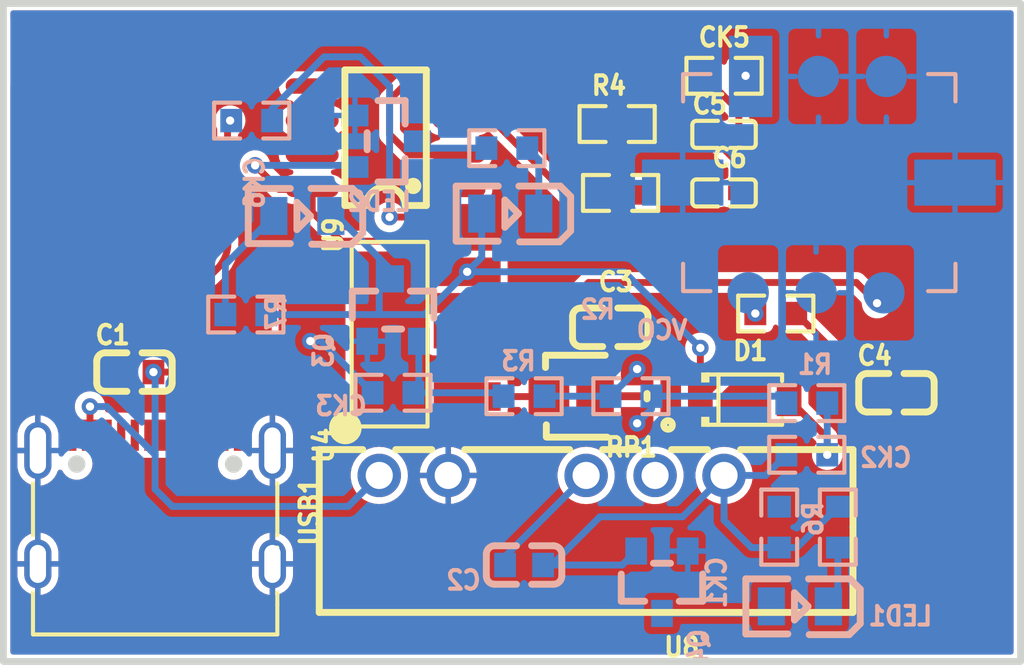
<source format=kicad_pcb>
(kicad_pcb (version 20240108) (generator "pcbnew") (generator_version "8.0")
  (layers (0 "F.Cu" signal "Top Layer") (31 "B.Cu" signal "Bottom Layer") (34 "B.Paste" user "Bottom Paste Mask Layer") (35 "F.Paste" user "Top Paste Mask Layer") (36 "B.SilkS" user "Bottom Silkscreen Layer") (37 "F.SilkS" user "Top Silkscreen Layer") (38 "B.Mask" user "Bottom Solder Mask Layer") (39 "F.Mask" user "Top Solder Mask Layer") (44 "Edge.Cuts" user "Multi-Layer"))
  (net 0 "")
  (net 1 "GND")
  (net 2 "RFOUT")
  (net 3 "VT")
  (net 4 "POWER")
  (net 5 "VCC+")
  (net 6 "$4N521")
  (net 7 "$4N526")
  (net 8 "SIGNAL")
  (net 9 "$6N289")
  (net 10 "$3N135")
  (net 11 "$4N812")
  (net 12 "VCC-")
  (net 13 "ADJ")
  (net 14 "VCC9V+")
  (net 15 "$5N863")
  (net 16 "$6N676")
  (footprint "Signal-blocker-Minimal-InnerAntenna:R0603" (layer "F.Cu") (at 153.876 98.509)
    (property "Reference" "R5" (hide yes))
    (property "Value" "")
    (pad "1" smd rect (at -0.7535 0) (size 0.8065 0.864) (layers "F.Cu" "F.Paste" "F.Mask") (net 1 "GND"))
    (pad "2" smd rect (at 0.7535 0) (size 0.8065 0.864) (layers "F.Cu" "F.Paste" "F.Mask") (net 9 "$6N289"))
  )
  (footprint "Signal-blocker-Minimal-InnerAntenna:C0603" (layer "F.Cu") (at 153.495 103.462 180)
    (property "Reference" "C3" (at 0.508 1.27 720) (layer "F.SilkS") (effects (font (size 0.686 0.6285) (thickness 0.1525)) (justify left bottom)))
    (property "Value" "")
    (pad "1" smd rect (at -0.7 0 180) (size 0.8 0.9) (layers "F.Cu" "F.Paste" "F.Mask") (net 1 "GND"))
    (pad "2" smd rect (at 0.7 0 180) (size 0.8 0.9) (layers "F.Cu" "F.Paste" "F.Mask") (net 3 "VT"))
  )
  (footprint "Signal-blocker-Minimal-InnerAntenna:PWRM-TH_A05XXS-1WR3" (layer "F.Cu") (at 151.336 108.923)
    (property "Reference" "U8" (at 4.064 6.731 360) (layer "F.SilkS") (effects (font (size 0.686 0.6285) (thickness 0.1525)) (justify left bottom)))
    (property "Value" "")
    (pad "1" thru_hole circle (at -6.35 0) (size 1.6 1.6) (drill 1) (layers "*.Cu" "*.Mask") (net 4 "POWER"))
    (pad "2" thru_hole circle (at -3.81 0) (size 1.6 1.6) (drill 1) (layers "*.Cu" "*.Mask") (net 1 "GND"))
    (pad "4" thru_hole circle (at 1.27 0) (size 1.6 1.6) (drill 1) (layers "*.Cu" "*.Mask") (net 12 "VCC-"))
    (pad "5" thru_hole circle (at 3.81 0) (size 1.6 1.6) (drill 1) (layers "*.Cu" "*.Mask"))
    (pad "6" thru_hole circle (at 6.35 0) (size 1.6 1.6) (drill 1) (layers "*.Cu" "*.Mask") (net 14 "VCC9V+"))
  )
  (footprint "Signal-blocker-Minimal-InnerAntenna:C0603" (layer "F.Cu") (at 164.036 105.875)
    (property "Reference" "C4" (at -1.517 -0.964 0) (layer "F.SilkS") (effects (font (size 0.686 0.6285) (thickness 0.1525)) (justify left bottom)))
    (property "Value" "")
    (pad "1" smd rect (at -0.7 0) (size 0.8 0.9) (layers "F.Cu" "F.Paste" "F.Mask") (net 5 "VCC+"))
    (pad "2" smd rect (at 0.7 0) (size 0.8 0.9) (layers "F.Cu" "F.Paste" "F.Mask") (net 1 "GND"))
  )
  (footprint "Signal-blocker-Minimal-InnerAntenna:C0603" (layer "F.Cu") (at 135.969 105.113)
    (property "Reference" "C1" (at -1.517 -0.964 360) (layer "F.SilkS") (effects (font (size 0.686 0.6285) (thickness 0.1525)) (justify left bottom)))
    (property "Value" "")
    (pad "1" smd rect (at -0.7 0) (size 0.8 0.9) (layers "F.Cu" "F.Paste" "F.Mask") (net 1 "GND"))
    (pad "2" smd rect (at 0.7 0) (size 0.8 0.9) (layers "F.Cu" "F.Paste" "F.Mask") (net 4 "POWER"))
  )
  (footprint "Signal-blocker-Minimal-InnerAntenna:RES-ADJ-SMD_3P-L3.0-W3.8-P1.75-BR" (layer "F.Cu") (at 152.86 106.002)
    (property "Reference" "RP1" (at 0.381 2.286 1260) (layer "F.SilkS") (effects (font (size 0.686 0.6285) (thickness 0.1525)) (justify left bottom)))
    (property "Value" "")
    (pad "1" smd rect (at 1.625 1 90) (size 1.2 1.2) (layers "F.Cu" "F.Paste" "F.Mask") (net 7 "$4N526"))
    (pad "2" smd rect (at -1.625 0 90) (size 1.6 1.5) (layers "F.Cu" "F.Paste" "F.Mask") (net 13 "ADJ"))
    (pad "3" smd rect (at 1.625 -1 90) (size 1.2 1.2) (layers "F.Cu" "F.Paste" "F.Mask") (net 6 "$4N521"))
  )
  (footprint "Signal-blocker-Minimal-InnerAntenna:TYPE-C-SMD_HDGC_TYPE-C-ZL-104PWB" (layer "F.Cu") (at 136.731 109.812)
    (property "Reference" "USB1" (at 6.096 1.778 450) (layer "F.SilkS") (effects (font (size 0.686 0.6285) (thickness 0.1525)) (justify left bottom)))
    (property "Value" "")
    (fp_poly (pts (xy -2.565 -1.308) (xy -2.5846 -1.419157) (xy -2.641036 -1.516906) (xy -2.7275 -1.589458) (xy -2.833564 -1.628063) (xy -2.946436 -1.628063) (xy -3.0525 -1.589458) (xy -3.138964 -1.516906) (xy -3.1954 -1.419157) (xy -3.215 -1.308) (xy -3.1954 -1.196843) (xy -3.138964 -1.099094) (xy -3.0525 -1.026542) (xy -2.946436 -0.987937) (xy -2.833564 -0.987937) (xy -2.7275 -1.026542) (xy -2.641036 -1.099094) (xy -2.5846 -1.196843)) (fill solid) (layer "Edge.Cuts"))
    (fp_poly (pts (xy 3.215 -1.308) (xy 3.1954 -1.419157) (xy 3.138964 -1.516906) (xy 3.0525 -1.589458) (xy 2.946436 -1.628063) (xy 2.833564 -1.628063) (xy 2.7275 -1.589458) (xy 2.641036 -1.516906) (xy 2.5846 -1.419157) (xy 2.565 -1.308) (xy 2.5846 -1.196843) (xy 2.641036 -1.099094) (xy 2.7275 -1.026542) (xy 2.833564 -0.987937) (xy 2.946436 -0.987937) (xy 3.0525 -1.026542) (xy 3.138964 -1.099094) (xy 3.1954 -1.196843)) (fill solid) (layer "Edge.Cuts"))
    (pad "12" thru_hole oval (at -4.32 -1.8075) (size 1 2.1) (drill oval 0.6 1.7) (layers "*.Cu" "*.Mask") (net 1 "GND"))
    (pad "13" thru_hole oval (at 4.32 -1.8075) (size 1 2.1) (drill oval 0.6 1.7) (layers "*.Cu" "*.Mask") (net 1 "GND"))
    (pad "14" thru_hole oval (at -4.32 2.3725) (size 1 1.8) (drill oval 0.6 1.4) (layers "*.Cu" "*.Mask") (net 1 "GND"))
    (pad "15" thru_hole oval (at 4.32 2.3725) (size 1 1.8) (drill oval 0.6 1.4) (layers "*.Cu" "*.Mask") (net 1 "GND"))
    (pad "A1B12" smd rect (at -3.2 -2.3725) (size 0.6 1.15) (layers "F.Cu" "F.Paste" "F.Mask") (net 1 "GND"))
    (pad "A4B9" smd rect (at -2.4 -2.3725) (size 0.6 1.15) (layers "F.Cu" "F.Paste" "F.Mask") (net 4 "POWER"))
    (pad "A5" smd rect (at -1.25 -2.3725) (size 0.3 1.15) (layers "F.Cu" "F.Paste" "F.Mask"))
    (pad "A6" smd rect (at -0.25 -2.3725) (size 0.3 1.15) (layers "F.Cu" "F.Paste" "F.Mask"))
    (pad "A7" smd rect (at 0.25 -2.3725) (size 0.3 1.15) (layers "F.Cu" "F.Paste" "F.Mask"))
    (pad "A8" smd rect (at 1.25 -2.3725) (size 0.3 1.15) (layers "F.Cu" "F.Paste" "F.Mask"))
    (pad "A9B4" smd rect (at 2.4 -2.3725) (size 0.6 1.15) (layers "F.Cu" "F.Paste" "F.Mask") (net 4 "POWER"))
    (pad "A12B1" smd rect (at 3.2 -2.3725) (size 0.6 1.15) (layers "F.Cu" "F.Paste" "F.Mask") (net 1 "GND"))
    (pad "B5" smd rect (at 1.75 -2.3725) (size 0.3 1.15) (layers "F.Cu" "F.Paste" "F.Mask"))
    (pad "B6" smd rect (at 0.75 -2.3725) (size 0.3 1.15) (layers "F.Cu" "F.Paste" "F.Mask"))
    (pad "B7" smd rect (at -0.75 -2.3725) (size 0.3 1.15) (layers "F.Cu" "F.Paste" "F.Mask"))
    (pad "B8" smd rect (at -1.75 -2.3725) (size 0.3 1.15) (layers "F.Cu" "F.Paste" "F.Mask"))
  )
  (footprint "Signal-blocker-Minimal-InnerAntenna:R0603" (layer "F.Cu") (at 153.749 95.969 180)
    (property "Reference" "R4" (at 1.016 1.016 360) (layer "F.SilkS") (effects (font (size 0.686 0.6285) (thickness 0.1525)) (justify left bottom)))
    (property "Value" "")
    (pad "1" smd rect (at -0.7535 0 180) (size 0.8065 0.864) (layers "F.Cu" "F.Paste" "F.Mask") (net 16 "$6N676"))
    (pad "2" smd rect (at 0.7535 0 180) (size 0.8065 0.864) (layers "F.Cu" "F.Paste" "F.Mask") (net 2 "RFOUT"))
  )
  (footprint "Signal-blocker-Minimal-InnerAntenna:SOIC-8_L5.0-W4.0-P1.27-LS6.0-BL" (layer "F.Cu") (at 145.22 96.4735 90)
    (property "Reference" "U9" (at -4.318 -1.524 810) (layer "F.SilkS") (effects (font (size 0.686 0.6285) (thickness 0.1525)) (justify left bottom)))
    (property "Value" "")
    (pad "1" smd oval (at -1.905 2.705 90) (size 0.5685 1.95) (layers "F.Cu" "F.Paste" "F.Mask") (net 2 "RFOUT"))
    (pad "2" smd oval (at -0.635 2.705 90) (size 0.5685 1.95) (layers "F.Cu" "F.Paste" "F.Mask") (net 2 "RFOUT"))
    (pad "3" smd oval (at 0.635 2.705 90) (size 0.5685 1.95) (layers "F.Cu" "F.Paste" "F.Mask") (net 9 "$6N289"))
    (pad "4" smd oval (at 1.905 2.705 90) (size 0.5685 1.95) (layers "F.Cu" "F.Paste" "F.Mask") (net 1 "GND"))
    (pad "5" smd oval (at 1.905 -2.705 90) (size 0.5685 1.95) (layers "F.Cu" "F.Paste" "F.Mask"))
    (pad "6" smd oval (at 0.635 -2.705 90) (size 0.5685 1.95) (layers "F.Cu" "F.Paste" "F.Mask"))
    (pad "7" smd oval (at -0.635 -2.705 90) (size 0.5685 1.95) (layers "F.Cu" "F.Paste" "F.Mask"))
    (pad "8" smd oval (at -1.905 -2.705 90) (size 0.5685 1.95) (layers "F.Cu" "F.Paste" "F.Mask") (net 5 "VCC+"))
  )
  (footprint "Signal-blocker-Minimal-InnerAntenna:C0402" (layer "F.Cu") (at 157.686 96.35)
    (property "Reference" "C5" (at -1.245 -0.702 1080) (layer "F.SilkS") (effects (font (size 0.686 0.6285) (thickness 0.1525)) (justify left bottom)))
    (property "Value" "")
    (pad "1" smd rect (at -0.545 0) (size 0.79 0.54) (layers "F.Cu" "F.Paste" "F.Mask") (net 16 "$6N676"))
    (pad "2" smd rect (at 0.545 0) (size 0.79 0.54) (layers "F.Cu" "F.Paste" "F.Mask") (net 9 "$6N289"))
  )
  (footprint "Signal-blocker-Minimal-InnerAntenna:R0603" (layer "F.Cu") (at 159.591 102.954 180)
    (property "Reference" "CK4" (hide yes))
    (property "Value" "")
    (pad "1" smd rect (at -0.7535 0 180) (size 0.8065 0.864) (layers "F.Cu" "F.Paste" "F.Mask") (net 5 "VCC+"))
    (pad "2" smd rect (at 0.7535 0 180) (size 0.8065 0.864) (layers "F.Cu" "F.Paste" "F.Mask") (net 5 "VCC+"))
  )
  (footprint "Signal-blocker-Minimal-InnerAntenna:R0603" (layer "F.Cu") (at 157.686 94.191 180)
    (property "Reference" "CK5" (at 1.016 1.016 -360) (layer "F.SilkS") (effects (font (size 0.686 0.6285) (thickness 0.1525)) (justify left bottom)))
    (property "Value" "")
    (pad "1" smd rect (at -0.7535 0 180) (size 0.8065 0.864) (layers "F.Cu" "F.Paste" "F.Mask") (net 8 "SIGNAL"))
    (pad "2" smd rect (at 0.7535 0 180) (size 0.8065 0.864) (layers "F.Cu" "F.Paste" "F.Mask") (net 9 "$6N289"))
  )
  (footprint "Signal-blocker-Minimal-InnerAntenna:SOD-123_L2.7-W1.6-LS3.7-RD" (layer "F.Cu") (at 158.448 106.129)
    (property "Reference" "D1" (at -0.508 -1.397 1800) (layer "F.SilkS") (effects (font (size 0.686 0.6285) (thickness 0.1525)) (justify left bottom)))
    (property "Value" "")
    (pad "1" smd rect (at -1.635 0) (size 0.91 1.22) (layers "F.Cu" "F.Paste" "F.Mask") (net 5 "VCC+"))
    (pad "2" smd rect (at 1.635 0) (size 0.91 1.22) (layers "F.Cu" "F.Paste" "F.Mask") (net 5 "VCC+"))
  )
  (footprint "Signal-blocker-Minimal-InnerAntenna:C0402" (layer "F.Cu") (at 157.686 98.509)
    (property "Reference" "C6" (at -0.508 -0.889 1080) (layer "F.SilkS") (effects (font (size 0.686 0.6285) (thickness 0.1525)) (justify left bottom)))
    (property "Value" "")
    (pad "1" smd rect (at -0.545 0) (size 0.79 0.54) (layers "F.Cu" "F.Paste" "F.Mask") (net 9 "$6N289"))
    (pad "2" smd rect (at 0.545 0) (size 0.79 0.54) (layers "F.Cu" "F.Paste" "F.Mask") (net 16 "$6N676"))
  )
  (footprint "Signal-blocker-Minimal-InnerAntenna:SOT-223_L6.3-W3.5-P2.30-LS7.0-BR" (layer "F.Cu") (at 145.367 103.716)
    (property "Reference" "U4" (at -2.032 4.826 450) (layer "F.SilkS") (effects (font (size 0.686 0.6285) (thickness 0.1525)) (justify left bottom)))
    (property "Value" "")
    (pad "1" smd rect (at 2.8575 2.3) (size 2.465 1.05) (layers "F.Cu" "F.Paste" "F.Mask") (net 13 "ADJ"))
    (pad "2" smd rect (at 2.8575 0) (size 2.465 1.05) (layers "F.Cu" "F.Paste" "F.Mask") (net 3 "VT"))
    (pad "3" smd rect (at 2.8575 -2.3) (size 2.465 1.05) (layers "F.Cu" "F.Paste" "F.Mask") (net 5 "VCC+"))
    (pad "4" smd rect (at -2.8575 0) (size 2.465 3.54) (layers "F.Cu" "F.Paste" "F.Mask") (net 11 "$4N812"))
  )
  (footprint "Signal-blocker-Minimal-InnerAntenna:R0603" (layer "B.Cu") (at 160.734 108.161)
    (property "Reference" "CK2" (at 3.937 0.508 -360) (layer "B.SilkS") (effects (font (size 0.686 0.6285) (thickness 0.1525)) (justify left bottom mirror)))
    (property "Value" "")
    (pad "1" smd rect (at -0.7535 0) (size 0.8065 0.864) (layers "B.Cu" "B.Paste" "B.Mask") (net 14 "VCC9V+"))
    (pad "2" smd rect (at 0.7535 0) (size 0.8065 0.864) (layers "B.Cu" "B.Paste" "B.Mask") (net 5 "VCC+"))
  )
  (footprint "Signal-blocker-Minimal-InnerAntenna:C0603" (layer "B.Cu") (at 150.32 112.225)
    (property "Reference" "C2" (at -1.517 0.964 180) (layer "B.SilkS") (effects (font (size 0.686 0.6285) (thickness 0.1525)) (justify left bottom mirror)))
    (property "Value" "")
    (pad "1" smd rect (at -0.7 0) (size 0.8 0.9) (layers "B.Cu" "B.Paste" "B.Mask") (net 12 "VCC-"))
    (pad "2" smd rect (at 0.7 0) (size 0.8 0.9) (layers "B.Cu" "B.Paste" "B.Mask") (net 14 "VCC9V+"))
  )
  (footprint "Signal-blocker-Minimal-InnerAntenna:R0603" (layer "B.Cu") (at 150.32 106.002 180)
    (property "Reference" "R3" (at -0.508 0.889 -360) (layer "B.SilkS") (effects (font (size 0.686 0.6285) (thickness 0.1525)) (justify left bottom mirror)))
    (property "Value" "")
    (pad "1" smd rect (at -0.7535 0 180) (size 0.8065 0.864) (layers "B.Cu" "B.Paste" "B.Mask") (net 6 "$4N521"))
    (pad "2" smd rect (at 0.7535 0 180) (size 0.8065 0.864) (layers "B.Cu" "B.Paste" "B.Mask") (net 7 "$4N526"))
  )
  (footprint "Signal-blocker-Minimal-InnerAntenna:S8050_SOT-23" (layer "B.Cu") (at 145.24 96.731 180)
    (property "Reference" "Q3" (hide yes))
    (property "Value" "")
    (pad "1" smd rect (at 1.15 -0.823) (size 1 0.8) (layers "B.Cu" "B.Paste" "B.Mask") (net 5 "VCC+"))
    (pad "2" smd rect (at 1.15 1.077) (size 1 0.8) (layers "B.Cu" "B.Paste" "B.Mask") (net 1 "GND"))
    (pad "3" smd rect (at -1.15 0.127) (size 1 0.8) (layers "B.Cu" "B.Paste" "B.Mask") (net 5 "VCC+"))
  )
  (footprint "Signal-blocker-Minimal-InnerAntenna:R0603" (layer "B.Cu") (at 159.718 110.828 -90)
    (property "Reference" "CK1" (at 1.016 1.905 -810) (layer "B.SilkS") (effects (font (size 0.686 0.6285) (thickness 0.1525)) (justify left bottom mirror)))
    (property "Value" "")
    (pad "1" smd rect (at -0.7535 0 270) (size 0.8065 0.864) (layers "B.Cu" "B.Paste" "B.Mask") (net 14 "VCC9V+"))
    (pad "2" smd rect (at 0.7535 0 270) (size 0.8065 0.864) (layers "B.Cu" "B.Paste" "B.Mask") (net 14 "VCC9V+"))
  )
  (footprint "Signal-blocker-Minimal-InnerAntenna:S8050_SOT-23" (layer "B.Cu") (at 145.621 102.827 -90)
    (property "Reference" "Q3" (at 0.762 2.286 450) (layer "B.SilkS") (effects (font (size 0.686 0.6285) (thickness 0.1525)) (justify left bottom mirror)))
    (property "Value" "")
    (pad "1" smd rect (at 1.15 -0.823 90) (size 1 0.8) (layers "B.Cu" "B.Paste" "B.Mask") (net 7 "$4N526"))
    (pad "2" smd rect (at 1.15 1.077 90) (size 1 0.8) (layers "B.Cu" "B.Paste" "B.Mask") (net 1 "GND"))
    (pad "3" smd rect (at -1.15 0.127 90) (size 1 0.8) (layers "B.Cu" "B.Paste" "B.Mask") (net 5 "VCC+"))
  )
  (footprint "Signal-blocker-Minimal-InnerAntenna:R0603" (layer "B.Cu") (at 161.877 110.828 -90)
    (property "Reference" "R6" (at -1.016 0.508 450) (layer "B.SilkS") (effects (font (size 0.686 0.6285) (thickness 0.1525)) (justify left bottom mirror)))
    (property "Value" "")
    (pad "1" smd rect (at -0.7535 0 270) (size 0.8065 0.864) (layers "B.Cu" "B.Paste" "B.Mask") (net 14 "VCC9V+"))
    (pad "2" smd rect (at 0.7535 0 270) (size 0.8065 0.864) (layers "B.Cu" "B.Paste" "B.Mask") (net 14 "VCC9V+"))
  )
  (footprint "Signal-blocker-Minimal-InnerAntenna:LED0805-R-RD" (layer "B.Cu") (at 149.812 99.271 180)
    (property "Reference" "LED2" (hide yes))
    (property "Value" "")
    (pad "1" smd rect (at 1.0505 0) (size 1 1.3995) (layers "B.Cu" "B.Paste" "B.Mask") (net 5 "VCC+"))
    (pad "2" smd rect (at -1.0505 0) (size 1 1.3995) (layers "B.Cu" "B.Paste" "B.Mask") (net 15 "$5N863"))
  )
  (footprint "Signal-blocker-Minimal-InnerAntenna:S8050_SOT-23" (layer "B.Cu") (at 155.273 112.86 90)
    (property "Reference" "Q4" (at -1.65 1.881 270) (layer "B.SilkS") (effects (font (size 0.686 0.6285) (thickness 0.1525)) (justify left bottom mirror)))
    (property "Value" "")
    (pad "1" smd rect (at 1.15 -0.823 270) (size 1 0.8) (layers "B.Cu" "B.Paste" "B.Mask") (net 14 "VCC9V+"))
    (pad "2" smd rect (at 1.15 1.077 270) (size 1 0.8) (layers "B.Cu" "B.Paste" "B.Mask") (net 1 "GND"))
    (pad "3" smd rect (at -1.15 0.127 270) (size 1 0.8) (layers "B.Cu" "B.Paste" "B.Mask") (net 14 "VCC9V+"))
  )
  (footprint "Signal-blocker-Minimal-InnerAntenna:R0603" (layer "B.Cu") (at 160.734 106.256 180)
    (property "Reference" "R1" (at -1.016 1.016 -360) (layer "B.SilkS") (effects (font (size 0.686 0.6285) (thickness 0.1525)) (justify left bottom mirror)))
    (property "Value" "")
    (pad "1" smd rect (at -0.7535 0 180) (size 0.8065 0.864) (layers "B.Cu" "B.Paste" "B.Mask") (net 5 "VCC+"))
    (pad "2" smd rect (at 0.7535 0 180) (size 0.8065 0.864) (layers "B.Cu" "B.Paste" "B.Mask") (net 7 "$4N526"))
  )
  (footprint "Signal-blocker-Minimal-InnerAntenna:LED0805-R-RD" (layer "B.Cu") (at 142.153 99.3585 180)
    (property "Reference" "LED2" (at -4.0855 0.1275 -0) (layer "B.SilkS") (effects (font (size 0.686 0.6285) (thickness 0.1525)) (justify left bottom mirror)))
    (property "Value" "")
    (pad "1" smd rect (at 1.0505 0) (size 1 1.3995) (layers "B.Cu" "B.Paste" "B.Mask") (net 15 "$5N863"))
    (pad "2" smd rect (at -1.0505 0) (size 1 1.3995) (layers "B.Cu" "B.Paste" "B.Mask") (net 5 "VCC+"))
  )
  (footprint "Signal-blocker-Minimal-InnerAntenna:LED0805-R-RD" (layer "B.Cu") (at 160.48 113.749 180)
    (property "Reference" "LED1" (at -4.953 -0.762 -0) (layer "B.SilkS") (effects (font (size 0.686 0.6285) (thickness 0.1525)) (justify left bottom mirror)))
    (property "Value" "")
    (pad "1" smd rect (at 1.0505 0) (size 1 1.3995) (layers "B.Cu" "B.Paste" "B.Mask") (net 14 "VCC9V+"))
    (pad "2" smd rect (at -1.0505 0) (size 1 1.3995) (layers "B.Cu" "B.Paste" "B.Mask") (net 14 "VCC9V+"))
  )
  (footprint "Signal-blocker-Minimal-InnerAntenna:R0603" (layer "B.Cu") (at 140.0715 102.9915 180)
    (property "Reference" "R7" (at -1.524 0.762 -450) (layer "B.SilkS") (effects (font (size 0.686 0.6285) (thickness 0.1525)) (justify left bottom mirror)))
    (property "Value" "")
    (pad "1" smd rect (at -0.7535 0 180) (size 0.8065 0.864) (layers "B.Cu" "B.Paste" "B.Mask") (net 5 "VCC+"))
    (pad "2" smd rect (at 0.7535 0 180) (size 0.8065 0.864) (layers "B.Cu" "B.Paste" "B.Mask") (net 15 "$5N863"))
  )
  (footprint "Signal-blocker-Minimal-InnerAntenna:R0603" (layer "B.Cu") (at 154.257 106.002)
    (property "Reference" "R2" (at -0.508 -2.794 -1260) (layer "B.SilkS") (effects (font (size 0.686 0.6285) (thickness 0.1525)) (justify left bottom mirror)))
    (property "Value" "")
    (pad "1" smd rect (at -0.7535 0) (size 0.8065 0.864) (layers "B.Cu" "B.Paste" "B.Mask") (net 6 "$4N521"))
    (pad "2" smd rect (at 0.7535 0) (size 0.8065 0.864) (layers "B.Cu" "B.Paste" "B.Mask") (net 7 "$4N526"))
  )
  (footprint "Signal-blocker-Minimal-InnerAntenna:R0603" (layer "B.Cu") (at 145.494 105.875)
    (property "Reference" "CK3" (at -0.889 0.889 -900) (layer "B.SilkS") (effects (font (size 0.686 0.6285) (thickness 0.1525)) (justify left bottom mirror)))
    (property "Value" "")
    (pad "1" smd rect (at -0.7535 0) (size 0.8065 0.864) (layers "B.Cu" "B.Paste" "B.Mask") (net 11 "$4N812"))
    (pad "2" smd rect (at 0.7535 0) (size 0.8065 0.864) (layers "B.Cu" "B.Paste" "B.Mask") (net 7 "$4N526"))
  )
  (footprint "Signal-blocker-Minimal-InnerAntenna:1234" (layer "B.Cu") (at 160.607 98.128)
    (property "Reference" "VCO" (at -4.191 5.842 -360) (layer "B.SilkS") (effects (font (size 0.686 0.6285) (thickness 0.1525)) (justify left bottom mirror)))
    (property "Value" "")
    (pad "1" smd circle (at -2.0315 4.064) (size 1.524 1.524) (layers "B.Cu" "B.Paste" "B.Mask") (net 5 "VCC+"))
    (pad "2" smd circle (at 0.4685 4.064) (size 1.524 1.524) (layers "B.Cu" "B.Paste" "B.Mask") (net 1 "GND"))
    (pad "3" smd circle (at 2.9685 4.064) (size 1.524 1.524) (layers "B.Cu" "B.Paste" "B.Mask") (net 3 "VT"))
    (pad "4" smd rect (at -4.445 0 270) (size 1.7005 3) (layers "B.Cu" "B.Paste" "B.Mask") (net 1 "GND"))
    (pad "5" smd rect (at 5.588 0 270) (size 1.7 3) (layers "B.Cu" "B.Paste" "B.Mask") (net 1 "GND"))
    (pad "6" smd rect (at -1.942 -3.913) (size 1.6 3) (layers "B.Cu" "B.Paste" "B.Mask") (net 8 "SIGNAL"))
    (pad "7" smd circle (at 0.558 -3.913) (size 1.524 1.524) (layers "B.Cu" "B.Paste" "B.Mask") (net 1 "GND"))
    (pad "8" smd circle (at 3.058 -3.913) (size 1.524 1.524) (layers "B.Cu" "B.Paste" "B.Mask") (net 1 "GND"))
  )
  (footprint "Signal-blocker-Minimal-InnerAntenna:R0603" (layer "B.Cu") (at 140.287 95.842 180)
    (property "Reference" "CK6" (at -0.508 -1.27 450) (layer "B.SilkS") (effects (font (size 0.686 0.6285) (thickness 0.1525)) (justify left bottom mirror)))
    (property "Value" "")
    (pad "1" smd rect (at -0.7535 0 180) (size 0.8065 0.864) (layers "B.Cu" "B.Paste" "B.Mask") (net 2 "RFOUT"))
    (pad "2" smd rect (at 0.7535 0 180) (size 0.8065 0.864) (layers "B.Cu" "B.Paste" "B.Mask") (net 10 "$3N135"))
  )
  (footprint "Signal-blocker-Minimal-InnerAntenna:R0603" (layer "B.Cu") (at 149.685 96.858)
    (property "Reference" "R6" (hide yes))
    (property "Value" "")
    (pad "1" smd rect (at -0.7535 0) (size 0.8065 0.864) (layers "B.Cu" "B.Paste" "B.Mask") (net 5 "VCC+"))
    (pad "2" smd rect (at 0.7535 0) (size 0.8065 0.864) (layers "B.Cu" "B.Paste" "B.Mask") (net 15 "$5N863"))
  )
  (gr_rect (start 131.143 91.524) (end 168.608 115.781) (stroke (width 0.254)) (fill none) (layer "Edge.Cuts"))
  (segment (start 153.1225 98.509) (end 149.1855 94.572) (width 0.254) (layer "F.Cu") (net 1))
  (segment (start 149.1855 94.572) (end 147.9285 94.572) (width 0.254) (layer "F.Cu") (net 1))
  (segment (start 147.9285 94.572) (end 147.925 94.5685) (width 0.254) (layer "F.Cu") (net 1))
  (segment (start 152.9955 95.969) (end 150.5825 93.556) (width 0.254) (layer "F.Cu") (net 2))
  (segment (start 146.906 99.398) (end 145.367 99.398) (width 0.254) (layer "F.Cu") (net 2))
  (segment (start 145.367 96.35) (end 146.1255 97.1085) (width 0.254) (layer "F.Cu") (net 2))
  (segment (start 150.5825 93.556) (end 146.891 93.556) (width 0.254) (layer "F.Cu") (net 2))
  (segment (start 147.586 97.1085) (end 147.925 97.1085) (width 0.254) (layer "F.Cu") (net 2))
  (segment (start 147.925 98.3785) (end 146.906 99.398) (width 0.254) (layer "F.Cu") (net 2))
  (segment (start 147.586 97.1085) (end 147.586 98.25) (width 0.254) (layer "F.Cu") (net 2))
  (segment (start 146.891 93.556) (end 145.367 95.08) (width 0.254) (layer "F.Cu") (net 2))
  (segment (start 145.367 95.08) (end 145.367 96.35) (width 0.254) (layer "F.Cu") (net 2))
  (segment (start 146.1255 97.1085) (end 147.586 97.1085) (width 0.254) (layer "F.Cu") (net 2))
  (via (at 145.367 99.398) (size 0.61) (drill 0.305) (layers "F.Cu" "B.Cu") (net 2))
  (segment (start 144.2875 93.4925) (end 142.954 93.4925) (width 0.254) (layer "B.Cu") (net 2))
  (segment (start 142.954 93.4925) (end 141.0405 95.406) (width 0.254) (layer "B.Cu") (net 2))
  (segment (start 145.367 94.572) (end 144.2875 93.4925) (width 0.254) (layer "B.Cu") (net 2))
  (segment (start 145.367 99.398) (end 145.367 94.572) (width 0.254) (layer "B.Cu") (net 2))
  (segment (start 141.0405 95.406) (end 141.0405 95.842) (width 0.254) (layer "B.Cu") (net 2))
  (segment (start 148.2245 103.716) (end 150.7925 103.716) (width 0.254) (layer "F.Cu") (net 3))
  (segment (start 150.7925 103.716) (end 152.6975 101.811) (width 0.254) (layer "F.Cu") (net 3))
  (segment (start 152.668 103.716) (end 152.795 103.589) (width 0.254) (layer "F.Cu") (net 3))
  (segment (start 150.7925 103.716) (end 152.668 103.716) (width 0.254) (layer "F.Cu") (net 3))
  (segment (start 162.5595 101.811) (end 163.3215 102.573) (width 0.254) (layer "F.Cu") (net 3))
  (segment (start 152.6975 101.811) (end 162.5595 101.811) (width 0.254) (layer "F.Cu") (net 3))
  (via (at 163.3215 102.573) (size 0.61) (drill 0.305) (layers "F.Cu" "B.Cu") (net 3))
  (segment (start 139.131 107.4395) (end 139.131 106.624) (width 0.254) (layer "F.Cu") (net 4))
  (segment (start 139.131 106.624) (end 137.62 105.113) (width 0.254) (layer "F.Cu") (net 4))
  (segment (start 137.62 105.113) (end 136.669 105.113) (width 0.254) (layer "F.Cu") (net 4))
  (segment (start 134.331 107.4395) (end 134.331 106.383) (width 0.254) (layer "F.Cu") (net 4))
  (via (at 134.331 106.383) (size 0.61) (drill 0.305) (layers "F.Cu" "B.Cu") (net 4))
  (via (at 136.669 105.113) (size 0.61) (drill 0.305) (layers "F.Cu" "B.Cu") (net 4))
  (segment (start 136.669 105.113) (end 136.731 105.175) (width 0.254) (layer "B.Cu") (net 4))
  (segment (start 136.731 109.431) (end 137.366 110.066) (width 0.254) (layer "B.Cu") (net 4))
  (segment (start 143.843 110.066) (end 144.986 108.923) (width 0.254) (layer "B.Cu") (net 4))
  (segment (start 134.953 106.383) (end 136.731 108.161) (width 0.254) (layer "B.Cu") (net 4))
  (segment (start 134.331 106.383) (end 134.953 106.383) (width 0.254) (layer "B.Cu") (net 4))
  (segment (start 137.366 110.066) (end 143.843 110.066) (width 0.254) (layer "B.Cu") (net 4))
  (segment (start 136.731 105.175) (end 136.731 108.161) (width 0.254) (layer "B.Cu") (net 4))
  (segment (start 136.731 108.161) (end 136.731 109.431) (width 0.254) (layer "B.Cu") (net 4))
  (segment (start 160.3445 102.954) (end 163.2385 105.8485) (width 0.254) (layer "F.Cu") (net 5))
  (segment (start 142.515 99.213) (end 142.515 98.3785) (width 0.254) (layer "F.Cu") (net 5))
  (segment (start 163.2385 105.8485) (end 163.2385 105.875) (width 0.254) (layer "F.Cu") (net 5))
  (segment (start 142.515 98.3785) (end 141.2995 98.3785) (width 0.254) (layer "F.Cu") (net 5))
  (segment (start 147.0955 100.287) (end 143.589 100.287) (width 0.254) (layer "F.Cu") (net 5))
  (segment (start 148.2245 101.416) (end 147.0955 100.287) (width 0.254) (layer "F.Cu") (net 5))
  (segment (start 162.2225 104.859) (end 163.2385 105.875) (width 0.254) (layer "F.Cu") (net 5))
  (segment (start 141.2995 98.3785) (end 140.414 97.493) (width 0.254) (layer "F.Cu") (net 5))
  (segment (start 160.083 106.129) (end 161.4875 107.5335) (width 0.254) (layer "F.Cu") (net 5))
  (segment (start 156.813 106.129) (end 158.083 104.859) (width 0.254) (layer "F.Cu") (net 5))
  (segment (start 161.4875 107.5335) (end 161.4875 108.161) (width 0.254) (layer "F.Cu") (net 5))
  (segment (start 156.813 106.129) (end 156.813 104.224) (width 0.254) (layer "F.Cu") (net 5))
  (segment (start 158.083 104.859) (end 162.2225 104.859) (width 0.254) (layer "F.Cu") (net 5))
  (segment (start 143.589 100.287) (end 142.515 99.213) (width 0.254) (layer "F.Cu") (net 5))
  (via (at 148.2245 101.416) (size 0.61) (drill 0.305) (layers "F.Cu" "B.Cu") (net 5))
  (via (at 140.414 97.493) (size 0.61) (drill 0.305) (layers "F.Cu" "B.Cu") (net 5))
  (via (at 161.4875 108.161) (size 0.61) (drill 0.305) (layers "F.Cu" "B.Cu") (net 5))
  (via (at 156.813 104.224) (size 0.61) (drill 0.305) (layers "F.Cu" "B.Cu") (net 5))
  (via (at 158.8375 102.954) (size 0.61) (drill 0.305) (layers "F.Cu" "B.Cu") (net 5))
  (segment (start 161.4875 106.256) (end 161.4875 108.161) (width 0.254) (layer "B.Cu") (net 5))
  (segment (start 144.986 100.915) (end 143.429 99.3585) (width 0.254) (layer "B.Cu") (net 5))
  (segment (start 144.029 97.493) (end 144.09 97.554) (width 0.254) (layer "B.Cu") (net 5))
  (segment (start 140.414 97.493) (end 144.029 97.493) (width 0.254) (layer "B.Cu") (net 5))
  (segment (start 144.986 102.9915) (end 144.986 100.915) (width 0.254) (layer "B.Cu") (net 5))
  (segment (start 143.429 99.3585) (end 143.203 99.3585) (width 0.254) (layer "B.Cu") (net 5))
  (segment (start 140.825 102.9915) (end 144.986 102.9915) (width 0.254) (layer "B.Cu") (net 5))
  (segment (start 145.494 101.423) (end 144.986 100.915) (width 0.254) (layer "B.Cu") (net 5))
  (segment (start 148.2245 101.416) (end 148.7615 100.879) (width 0.254) (layer "B.Cu") (net 5))
  (segment (start 146.649 102.9915) (end 148.2245 101.416) (width 0.254) (layer "B.Cu") (net 5))
  (segment (start 144.986 102.9915) (end 146.649 102.9915) (width 0.254) (layer "B.Cu") (net 5))
  (segment (start 154.005 101.416) (end 156.813 104.224) (width 0.254) (layer "B.Cu") (net 5))
  (segment (start 146.644 96.858) (end 146.39 96.604) (width 0.254) (layer "B.Cu") (net 5))
  (segment (start 148.7615 100.879) (end 148.7615 99.271) (width 0.254) (layer "B.Cu") (net 5))
  (segment (start 148.2245 101.416) (end 154.005 101.416) (width 0.254) (layer "B.Cu") (net 5))
  (segment (start 148.9315 96.858) (end 146.644 96.858) (width 0.254) (layer "B.Cu") (net 5))
  (via (at 154.485 105.002) (size 0.61) (drill 0.305) (layers "F.Cu" "B.Cu") (net 6))
  (segment (start 153.5035 106.002) (end 154.485 105.0205) (width 0.254) (layer "B.Cu") (net 6))
  (segment (start 154.485 105.0205) (end 154.485 105.002) (width 0.254) (layer "B.Cu") (net 6))
  (segment (start 151.0735 106.002) (end 153.5035 106.002) (width 0.254) (layer "B.Cu") (net 6))
  (via (at 154.485 107.002) (size 0.61) (drill 0.305) (layers "F.Cu" "B.Cu") (net 7))
  (segment (start 149.4395 105.875) (end 149.5665 106.002) (width 0.254) (layer "B.Cu") (net 7))
  (segment (start 146.444 105.6785) (end 146.2475 105.875) (width 0.254) (layer "B.Cu") (net 7))
  (segment (start 159.7265 106.002) (end 159.9805 106.256) (width 0.254) (layer "B.Cu") (net 7))
  (segment (start 146.2475 105.875) (end 149.4395 105.875) (width 0.254) (layer "B.Cu") (net 7))
  (segment (start 155.0105 106.002) (end 155.0105 106.4765) (width 0.254) (layer "B.Cu") (net 7))
  (segment (start 155.0105 106.4765) (end 154.485 107.002) (width 0.254) (layer "B.Cu") (net 7))
  (segment (start 146.444 103.723) (end 146.444 105.6785) (width 0.254) (layer "B.Cu") (net 7))
  (segment (start 155.0105 106.002) (end 159.7265 106.002) (width 0.254) (layer "B.Cu") (net 7))
  (via (at 158.481 94.191) (size 0.61) (drill 0.305) (layers "F.Cu" "B.Cu") (net 8))
  (segment (start 153.4865 99.652) (end 152.987 99.652) (width 0.254) (layer "F.Cu") (net 9))
  (segment (start 158.231 96.35) (end 158.2505 96.369) (width 0.254) (layer "F.Cu") (net 9))
  (segment (start 149.1735 95.8385) (end 147.925 95.8385) (width 0.254) (layer "F.Cu") (net 9))
  (segment (start 152.987 99.652) (end 149.1735 95.8385) (width 0.254) (layer "F.Cu") (net 9))
  (segment (start 154.6295 98.509) (end 153.4865 99.652) (width 0.254) (layer "F.Cu") (net 9))
  (segment (start 156.9325 94.191) (end 158.231 95.4895) (width 0.254) (layer "F.Cu") (net 9))
  (segment (start 158.231 95.4895) (end 158.231 96.35) (width 0.254) (layer "F.Cu") (net 9))
  (segment (start 154.6295 98.509) (end 157.141 98.509) (width 0.254) (layer "F.Cu") (net 9))
  (segment (start 132.667 94.572) (end 132.3205 94.5875) (width 0.254) (layer "F.Cu") (net 10))
  (segment (start 137.747 101.938) (end 137.493 101.938) (width 0.254) (layer "F.Cu") (net 10))
  (segment (start 132.069 92.958) (end 131.651 92.54) (width 0.254) (layer "F.Cu") (net 10))
  (segment (start 138.001 95.334) (end 138.094 95.338) (width 0.254) (layer "F.Cu") (net 10))
  (segment (start 132.667 100.541) (end 132.5255 100.5385) (width 0.254) (layer "F.Cu") (net 10))
  (segment (start 137.239 98.255) (end 137.505 98.25) (width 0.254) (layer "F.Cu") (net 10))
  (segment (start 132.921 101.938) (end 132.6525 101.933) (width 0.254) (layer "F.Cu") (net 10))
  (segment (start 132.667 97.62) (end 132.65 97.6195) (width 0.254) (layer "F.Cu") (net 10))
  (segment (start 139.492 95.842) (end 139.398 95.936) (width 0.254) (layer "F.Cu") (net 10))
  (segment (start 137.874 93.81) (end 137.9725 93.8145) (width 0.254) (layer "F.Cu") (net 10))
  (segment (start 139.017 101.303) (end 138.831 101.489) (width 0.254) (layer "F.Cu") (net 10))
  (segment (start 132.667 99.017) (end 132.6525 99.0165) (width 0.254) (layer "F.Cu") (net 10))
  (segment (start 139.398 95.936) (end 139.398 100.16) (width 0.254) (layer "F.Cu") (net 10))
  (segment (start 136.985 99.779) (end 137.5075 99.769) (width 0.254) (layer "F.Cu") (net 10))
  (segment (start 137.366 101.176) (end 137.505 101.1735) (width 0.254) (layer "F.Cu") (net 10))
  (via (at 139.492 95.842) (size 0.61) (drill 0.305) (layers "F.Cu" "B.Cu") (net 10))
  (arc (start 137.8995 96.665) (mid 138.171011 96.36775) (end 137.874 96.096) (width 0.254) (layer "F.Cu") (net 10))
  (arc (start 137.505 98.25) (mid 137.814 97.929) (end 137.493 97.62) (width 0.254) (layer "F.Cu") (net 10))
  (arc (start 137.5075 99.769) (mid 137.876005 99.38575) (end 137.493 99.017) (width 0.254) (layer "F.Cu") (net 10))
  (arc (start 132.413 95.334) (mid 135.207 95.271911) (end 138.001 95.334) (width 0.254) (layer "F.Cu") (net 10))
  (arc (start 132.6525 101.933) (mid 132.281005 101.54725) (end 132.667 101.176) (width 0.254) (layer "F.Cu") (net 10))
  (arc (start 137.366 101.938) (mid 135.1435 101.959292) (end 132.921 101.938) (width 0.254) (layer "F.Cu") (net 10))
  (arc (start 132.667 96.731) (mid 135.283773 96.739527) (end 137.8995 96.665) (width 0.254) (layer "F.Cu") (net 10))
  (arc (start 132.65 97.6195) (mid 132.2145 97.167005) (end 132.667 96.731) (width 0.254) (layer "F.Cu") (net 10))
  (arc (start 137.874 96.096) (mid 135.1435 96.156678) (end 132.413 96.096) (width 0.254) (layer "F.Cu") (net 10))
  (arc (start 132.667 98.255) (mid 134.953 98.276901) (end 137.239 98.255) (width 0.254) (layer "F.Cu") (net 10))
  (arc (start 138.831 101.489) (mid 138.333657 101.821314) (end 137.747 101.938) (width 0.254) (layer "F.Cu") (net 10))
  (arc (start 138.094 95.338) (mid 138.494 94.972) (end 138.128 94.572) (width 0.254) (layer "F.Cu") (net 10))
  (arc (start 132.413 96.096) (mid 132.048621 95.715) (end 132.413 95.334) (width 0.254) (layer "F.Cu") (net 10))
  (arc (start 132.3205 94.5875) (mid 131.914511 94.215761) (end 132.286 93.81) (width 0.254) (layer "F.Cu") (net 10))
  (arc (start 132.667 101.176) (mid 135.0165 101.198509) (end 137.366 101.176) (width 0.254) (layer "F.Cu") (net 10))
  (arc (start 138.128 94.572) (mid 135.3975 94.511322) (end 132.667 94.572) (width 0.254) (layer "F.Cu") (net 10))
  (arc (start 137.493 97.62) (mid 135.08 97.643118) (end 132.667 97.62) (width 0.254) (layer "F.Cu") (net 10))
  (arc (start 132.286 93.81) (mid 135.08 93.747911) (end 137.874 93.81) (width 0.254) (layer "F.Cu") (net 10))
  (arc (start 138.001 93.175) (mid 135.144205 93.079752) (end 132.286 93.048) (width 0.254) (layer "F.Cu") (net 10))
  (arc (start 137.505 101.1735) (mid 137.8155 100.850995) (end 137.493 100.541) (width 0.254) (layer "F.Cu") (net 10))
  (arc (start 132.6525 99.0165) (mid 132.279005 98.628755) (end 132.667 98.255) (width 0.254) (layer "F.Cu") (net 10))
  (arc (start 132.286 93.048) (mid 132.168544 93.024601) (end 132.069 92.958) (width 0.254) (layer "F.Cu") (net 10))
  (arc (start 139.398 100.16) (mid 139.342413 100.776471) (end 139.017 101.303) (width 0.254) (layer "F.Cu") (net 10))
  (arc (start 132.5255 100.5385) (mid 132.152505 100.151245) (end 132.54 99.779) (width 0.254) (layer "F.Cu") (net 10))
  (arc (start 132.54 99.779) (mid 134.7625 99.800292) (end 136.985 99.779) (width 0.254) (layer "F.Cu") (net 10))
  (arc (start 137.493 100.541) (mid 135.08 100.564118) (end 132.667 100.541) (width 0.254) (layer "F.Cu") (net 10))
  (arc (start 137.493 99.017) (mid 135.08 99.040118) (end 132.667 99.017) (width 0.254) (layer "F.Cu") (net 10))
  (arc (start 137.9725 93.8145) (mid 138.307011 93.508761) (end 138.001 93.175) (width 0.254) (layer "F.Cu") (net 10))
  (arc (start 137.493 101.938) (mid 137.4295 101.937392) (end 137.366 101.938) (width 0.254) (layer "F.Cu") (net 10))
  (via (at 142.446 103.97) (size 0.61) (drill 0.305) (layers "F.Cu" "B.Cu") (net 11))
  (segment (start 142.8355 103.97) (end 144.7405 105.875) (width 0.254) (layer "B.Cu") (net 11))
  (segment (start 142.446 103.97) (end 142.8355 103.97) (width 0.254) (layer "B.Cu") (net 11))
  (segment (start 152.606 108.923) (end 149.62 111.909) (width 0.254) (layer "B.Cu") (net 12))
  (segment (start 149.62 111.909) (end 149.62 112.225) (width 0.254) (layer "B.Cu") (net 12))
  (segment (start 151.221 106.016) (end 148.2245 106.016) (width 0.254) (layer "F.Cu") (net 13))
  (segment (start 151.235 106.002) (end 151.221 106.016) (width 0.254) (layer "F.Cu") (net 13))
  (segment (start 153.114 110.447) (end 151.336 112.225) (width 0.254) (layer "B.Cu") (net 14))
  (segment (start 159.1685 114.01) (end 159.4295 113.749) (width 0.254) (layer "B.Cu") (net 14))
  (segment (start 160.3705 111.5815) (end 161.877 110.0745) (width 0.254) (layer "B.Cu") (net 14))
  (segment (start 153.935 112.225) (end 154.45 111.71) (width 0.254) (layer "B.Cu") (net 14))
  (segment (start 157.686 108.923) (end 156.162 110.447) (width 0.254) (layer "B.Cu") (net 14))
  (segment (start 159.718 111.5815) (end 158.6935 111.5815) (width 0.254) (layer "B.Cu") (net 14))
  (segment (start 161.877 113.4025) (end 161.877 111.5815) (width 0.254) (layer "B.Cu") (net 14))
  (segment (start 157.686 110.574) (end 157.686 108.923) (width 0.254) (layer "B.Cu") (net 14))
  (segment (start 151.336 112.225) (end 153.935 112.225) (width 0.254) (layer "B.Cu") (net 14))
  (segment (start 151.336 112.225) (end 151.02 112.225) (width 0.254) (layer "B.Cu") (net 14))
  (segment (start 156.162 110.447) (end 153.114 110.447) (width 0.254) (layer "B.Cu") (net 14))
  (segment (start 159.718 111.5815) (end 160.3705 111.5815) (width 0.254) (layer "B.Cu") (net 14))
  (segment (start 158.6935 111.5815) (end 157.686 110.574) (width 0.254) (layer "B.Cu") (net 14))
  (segment (start 157.686 108.923) (end 159.2185 108.923) (width 0.254) (layer "B.Cu") (net 14))
  (segment (start 159.2185 108.923) (end 159.9805 108.161) (width 0.254) (layer "B.Cu") (net 14))
  (segment (start 155.4 114.01) (end 159.1685 114.01) (width 0.254) (layer "B.Cu") (net 14))
  (segment (start 161.5305 113.749) (end 161.877 113.4025) (width 0.254) (layer "B.Cu") (net 14))
  (segment (start 139.318 102.9915) (end 139.318 101.143) (width 0.254) (layer "B.Cu") (net 15))
  (segment (start 150.8625 99.271) (end 150.8625 97.282) (width 0.254) (layer "B.Cu") (net 15))
  (segment (start 139.318 101.143) (end 141.1025 99.3585) (width 0.254) (layer "B.Cu") (net 15))
  (segment (start 150.8625 97.282) (end 150.4385 96.858) (width 0.254) (layer "B.Cu") (net 15))
  (segment (start 154.5025 95.969) (end 156.76 95.969) (width 0.254) (layer "F.Cu") (net 16))
  (segment (start 158.231 97.44) (end 158.231 98.509) (width 0.254) (layer "F.Cu") (net 16))
  (segment (start 157.141 96.35) (end 158.231 97.44) (width 0.254) (layer "F.Cu") (net 16))
  (segment (start 156.76 95.969) (end 157.141 96.35) (width 0.254) (layer "F.Cu") (net 16))
  (zone (net 1) (net_name "GND") (layer "F.Cu") (priority 500) (connect_pads (clearance 0.1015)) (min_thickness 0.127) (fill yes (thermal_gap 0.5) (thermal_bridge_width 0.5))
    (polygon (pts (xy 131.143 91.524) (xy 168.608 91.524) (xy 168.608 115.781) (xy 131.143 115.781)))
  )
  (zone (net 1) (net_name "GND") (layer "B.Cu") (priority 500) (connect_pads (clearance 0.1015)) (min_thickness 0.127) (fill yes (thermal_gap 0.5) (thermal_bridge_width 0.5))
    (polygon (pts (xy 131.143 91.524) (xy 168.608 91.524) (xy 168.608 115.781) (xy 131.143 115.781)))
  )
)
</source>
